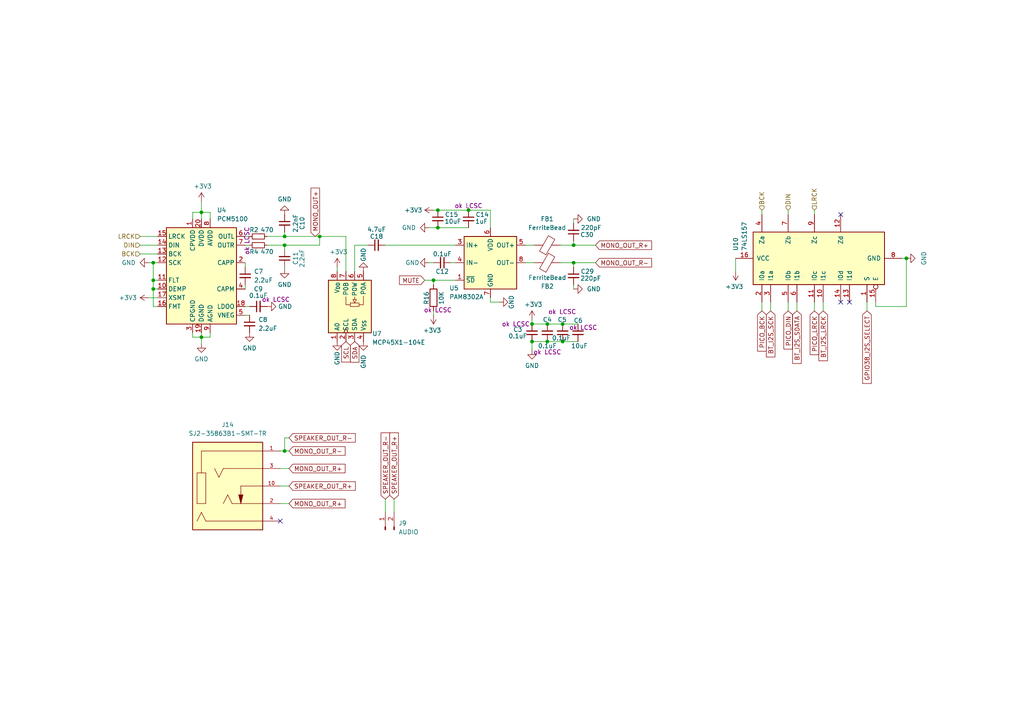
<source format=kicad_sch>
(kicad_sch (version 20250114) (generator "eeschema") (generator_version "9.0")
  (paper "A4")
  (lib_symbols
    (symbol "74xx:74LS157" (pin_names (offset 1.016))
      (property "Reference" "U" (at -7.62 19.05 0))
      (property "Value" "74LS157" (at -7.62 -21.59 0))
      (symbol "74LS157_1_0"
        (pin input line (at -12.7 15.24 0) (length 5.08) (name "I0a") (number "2"))
        (pin input line (at -12.7 12.7 0) (length 5.08) (name "I1a") (number "3"))
        (pin input line (at -12.7 7.62 0) (length 5.08) (name "I0b") (number "5"))
        (pin input line (at -12.7 5.08 0) (length 5.08) (name "I1b") (number "6"))
        (pin input line (at -12.7 0 0) (length 5.08) (name "I0c") (number "11"))
        (pin input line (at -12.7 -2.54 0) (length 5.08) (name "I1c") (number "10"))
        (pin input line (at -12.7 -7.62 0) (length 5.08) (name "I0d") (number "14"))
        (pin input line (at -12.7 -10.16 0) (length 5.08) (name "I1d") (number "13"))
        (pin input line (at -12.7 -15.24 0) (length 5.08) (name "S") (number "1"))
        (pin input inverted (at -12.7 -17.78 0) (length 5.08) (name "E") (number "15"))
        (pin power_in line (at 0 22.86 270) (length 5.08) (name "VCC") (number "16"))
        (pin power_in line (at 0 -25.4 90) (length 5.08) (name "GND") (number "8"))
        (pin output line (at 12.7 15.24 180) (length 5.08) (name "Za") (number "4"))
        (pin output line (at 12.7 7.62 180) (length 5.08) (name "Zb") (number "7"))
        (pin output line (at 12.7 0 180) (length 5.08) (name "Zc") (number "9"))
        (pin output line (at 12.7 -7.62 180) (length 5.08) (name "Zd") (number "12"))
      )
      (symbol "74LS157_1_1"
        (rectangle (start -7.62 17.78) (end 7.62 -20.32) (stroke (width 0.254)) (fill (type background)))
      )
    )
    (symbol "Amplifier_Audio:PAM8302AAD"
      (property "Reference" "U" (at 7.62 11.43 0))
      (property "Value" "PAM8302AAD" (at 7.62 8.89 0))
      (symbol "PAM8302AAD_0_1"
        (rectangle (start -7.62 7.62) (end 7.62 -7.62) (stroke (width 0.254)) (fill (type background)))
      )
      (symbol "PAM8302AAD_1_1"
        (pin input line (at -10.16 5.08 0) (length 2.54) (name "IN+") (number "3"))
        (pin input line (at -10.16 0 0) (length 2.54) (name "IN-") (number "4"))
        (pin input line (at -10.16 -5.08 0) (length 2.54) (name "~{SD}") (number "1"))
        (pin power_in line (at 0 10.16 270) (length 2.54) (name "VDD") (number "6"))
        (pin power_in line (at 0 -10.16 90) (length 2.54) (name "GND") (number "7"))
        (pin no_connect line (at 7.62 -5.08 180) (length 2.54) (hide yes) (name "NC") (number "2"))
        (pin output line (at 10.16 5.08 180) (length 2.54) (name "OUT+") (number "5"))
        (pin output line (at 10.16 0 180) (length 2.54) (name "OUT-") (number "8"))
      )
    )
    (symbol "Audio:PCM5100"
      (property "Reference" "U" (at -10.16 13.97 0))
      (property "Value" "PCM5100" (at 3.81 13.97 0))
      (symbol "PCM5100_0_1"
        (rectangle (start -10.16 12.7) (end 10.16 -15.24) (stroke (width 0.254)) (fill (type background)))
      )
      (symbol "PCM5100_1_1"
        (pin input line (at -12.7 10.16 0) (length 2.54) (name "LRCK") (number "15"))
        (pin input line (at -12.7 7.62 0) (length 2.54) (name "DIN") (number "14"))
        (pin input line (at -12.7 5.08 0) (length 2.54) (name "BCK") (number "13"))
        (pin input line (at -12.7 2.54 0) (length 2.54) (name "SCK") (number "12"))
        (pin input line (at -12.7 -2.54 0) (length 2.54) (name "FLT") (number "11"))
        (pin input line (at -12.7 -5.08 0) (length 2.54) (name "DEMP") (number "10"))
        (pin input line (at -12.7 -7.62 0) (length 2.54) (name "XSMT") (number "17"))
        (pin input line (at -12.7 -10.16 0) (length 2.54) (name "FMT") (number "16"))
        (pin passive line (at -2.54 15.24 270) (length 2.54) (name "CPVDD") (number "1"))
        (pin power_in line (at -2.54 -17.78 90) (length 2.54) (name "CPGND") (number "3"))
        (pin power_in line (at 0 15.24 270) (length 2.54) (name "DVDD") (number "20"))
        (pin power_in line (at 0 -17.78 90) (length 2.54) (name "DGND") (number "19"))
        (pin power_in line (at 2.54 15.24 270) (length 2.54) (name "AVDD") (number "8"))
        (pin power_in line (at 2.54 -17.78 90) (length 2.54) (name "AGND") (number "9"))
        (pin output line (at 12.7 10.16 180) (length 2.54) (name "OUTL") (number "6"))
        (pin output line (at 12.7 7.62 180) (length 2.54) (name "OUTR") (number "7"))
        (pin passive line (at 12.7 2.54 180) (length 2.54) (name "CAPP") (number "2"))
        (pin passive line (at 12.7 -5.08 180) (length 2.54) (name "CAPM") (number "4"))
        (pin passive line (at 12.7 -10.16 180) (length 2.54) (name "LDOO") (number "18"))
        (pin passive line (at 12.7 -12.7 180) (length 2.54) (name "VNEG") (number "5"))
      )
    )
    (symbol "Connector:Conn_01x02_Pin" (pin_names (offset 1.016) (hide yes))
      (property "Reference" "J" (at 0 2.54 0))
      (property "Value" "Conn_01x02_Pin" (at 0 -5.08 0))
      (symbol "Conn_01x02_Pin_1_1"
        (rectangle (start 0.8636 0.127) (end 0 -0.127) (stroke (width 0.1524)) (fill (type outline)))
        (rectangle (start 0.8636 -2.413) (end 0 -2.667) (stroke (width 0.1524)) (fill (type outline)))
        (polyline (pts (xy 1.27 0) (xy 0.8636 0)) (stroke (width 0.1524)))
        (polyline (pts (xy 1.27 -2.54) (xy 0.8636 -2.54)) (stroke (width 0.1524)))
        (pin passive line (at 5.08 0 180) (length 3.81) (name "Pin_1") (number "1"))
        (pin passive line (at 5.08 -2.54 180) (length 3.81) (name "Pin_2") (number "2"))
      )
    )
    (symbol "Device:C_Small" (pin_numbers (hide yes)) (pin_names (offset 0.254) (hide yes))
      (property "Reference" "C" (at 0.254 1.778 0))
      (property "Value" "C_Small" (at 0.254 -2.032 0))
      (symbol "C_Small_0_1"
        (polyline (pts (xy -1.524 0.508) (xy 1.524 0.508)) (stroke (width 0.3048)))
        (polyline (pts (xy -1.524 -0.508) (xy 1.524 -0.508)) (stroke (width 0.3302)))
      )
      (symbol "C_Small_1_1"
        (pin passive line (at 0 2.54 270) (length 2.032) (name "~") (number "1"))
        (pin passive line (at 0 -2.54 90) (length 2.032) (name "~") (number "2"))
      )
    )
    (symbol "Device:FerriteBead" (pin_numbers (hide yes)) (pin_names (offset 0))
      (property "Reference" "FB" (at -3.81 0.635 90))
      (property "Value" "FerriteBead" (at 3.81 0 90))
      (symbol "FerriteBead_0_1"
        (polyline (pts (xy -2.7686 0.4064) (xy -1.7018 2.2606) (xy 2.7686 -0.3048) (xy 1.6764 -2.159) (xy -2.7686 0.4064)))
        (polyline (pts (xy 0 1.27) (xy 0 1.2954)))
        (polyline (pts (xy 0 -1.27) (xy 0 -1.2192)))
      )
      (symbol "FerriteBead_1_1"
        (pin passive line (at 0 3.81 270) (length 2.54) (name "~") (number "1"))
        (pin passive line (at 0 -3.81 90) (length 2.54) (name "~") (number "2"))
      )
    )
    (symbol "Device:R" (pin_numbers (hide yes)) (pin_names (offset 0))
      (property "Reference" "R" (at 2.032 0 90))
      (property "Value" "R" (at 0 0 90))
      (symbol "R_0_1"
        (rectangle (start -1.016 -2.54) (end 1.016 2.54) (stroke (width 0.254)))
      )
      (symbol "R_1_1"
        (pin passive line (at 0 3.81 270) (length 1.27) (name "~") (number "1"))
        (pin passive line (at 0 -3.81 90) (length 1.27) (name "~") (number "2"))
      )
    )
    (symbol "Device:R_Small" (pin_numbers (hide yes)) (pin_names (offset 0.254) (hide yes))
      (property "Reference" "R" (at 0.762 0.508 0))
      (property "Value" "R_Small" (at 0.762 -1.016 0))
      (symbol "R_Small_0_1"
        (rectangle (start -0.762 1.778) (end 0.762 -1.778) (stroke (width 0.2032)))
      )
      (symbol "R_Small_1_1"
        (pin passive line (at 0 2.54 270) (length 0.762) (name "~") (number "1"))
        (pin passive line (at 0 -2.54 90) (length 0.762) (name "~") (number "2"))
      )
    )
    (symbol "Lunasys_Library:MCP4551T"
      (property "Reference" "U7" (at 0.254 -7.366 0))
      (property "Value" "MCP4551T-104E" (at 0.254 -9.906 0))
      (symbol "MCP4551T_0_1"
        (rectangle (start 0 1.27) (end 1.016 -1.27))
        (polyline (pts (xy 2.032 0.508) (xy 1.016 0) (xy 2.032 -0.508) (xy 2.032 0.508)))
        (polyline (pts (xy 2.032 0) (xy 2.794 0)))
        (polyline (pts (xy 2.794 2.54) (xy 0.508 2.54) (xy 0.508 1.27)))
        (polyline (pts (xy 3.048 -2.54) (xy 0.508 -2.54) (xy 0.508 -1.27)))
      )
      (symbol "MCP4551T_1_0"
        (pin input line (at -10.16 5.08 0) (length 2.54) (name "A0") (number "1"))
        (pin input clock (at -10.16 2.54 0) (length 2.54) (name "SCL") (number "2"))
        (pin input line (at -10.16 0 0) (length 2.54) (name "SDA") (number "3"))
        (pin power_in line (at -10.16 -2.54 0) (length 2.54) (name "V_{SS}") (number "4"))
        (pin power_in line (at 10.16 5.08 180) (length 2.54) (name "V_{DD}") (number "8"))
        (pin passive line (at 10.16 2.54 180) (length 2.54) (name "P0B") (number "7"))
        (pin passive line (at 10.16 0 180) (length 2.54) (name "P0W") (number "6"))
        (pin passive line (at 10.16 -2.54 180) (length 2.54) (name "P0A") (number "5"))
      )
      (symbol "MCP4551T_1_1"
        (rectangle (start -7.62 7.62) (end 7.62 -4.826) (stroke (width 0.254)) (fill (type background)))
      )
    )
    (symbol "SOP65P780X200-20N:SJ2-35863B1-SMT-TR" (pin_names (offset 1.016))
      (property "Reference" "J" (at -10.1702 12.7127 0))
      (property "Value" "SJ2-35863B1-SMT-TR" (at -10.1698 -15.2547 0))
      (symbol "SJ2-35863B1-SMT-TR_0_0"
        (rectangle (start -10.16 -12.7) (end 10.16 12.7) (stroke (width 0.254)) (fill (type background)))
        (polyline (pts (xy -8.89 3.81) (xy -7.62 3.81)) (stroke (width 0.1524)))
        (polyline (pts (xy -8.89 -5.08) (xy -8.89 3.81)) (stroke (width 0.1524)))
        (polyline (pts (xy -7.62 10.16) (xy -7.62 3.81)) (stroke (width 0.1524)))
        (polyline (pts (xy -7.62 3.81) (xy -6.35 3.81)) (stroke (width 0.1524)))
        (polyline (pts (xy -7.62 -7.62) (xy -8.89 -10.16)) (stroke (width 0.1524)))
        (polyline (pts (xy -6.35 3.81) (xy -6.35 -5.08)) (stroke (width 0.1524)))
        (polyline (pts (xy -6.35 -5.08) (xy -8.89 -5.08)) (stroke (width 0.1524)))
        (polyline (pts (xy -6.35 -10.16) (xy -7.62 -7.62)) (stroke (width 0.1524)))
        (polyline (pts (xy -2.54 2.54) (xy -3.81 5.08)) (stroke (width 0.1524)))
        (polyline (pts (xy -1.27 5.08) (xy -2.54 2.54)) (stroke (width 0.1524)))
        (polyline (pts (xy 0 -2.54) (xy -1.27 -5.08)) (stroke (width 0.1524)))
        (polyline (pts (xy 1.27 -5.08) (xy 0 -2.54)) (stroke (width 0.1524)))
        (polyline (pts (xy 3.81 0) (xy 3.81 -5.08)) (stroke (width 0.1524)))
        (polyline (pts (xy 3.81 -5.08) (xy 1.27 -5.08)) (stroke (width 0.1524)))
        (polyline (pts (xy 3.81 -5.08) (xy 3.175 -2.54) (xy 4.445 -2.54) (xy 3.81 -5.08)) (stroke (width 0.1524)) (fill (type outline)))
        (polyline (pts (xy 10.16 10.16) (xy -7.62 10.16)) (stroke (width 0.1524)))
        (polyline (pts (xy 10.16 5.08) (xy -1.27 5.08)) (stroke (width 0.1524)))
        (polyline (pts (xy 10.16 0) (xy 3.81 0)) (stroke (width 0.1524)))
        (polyline (pts (xy 10.16 -5.08) (xy 3.81 -5.08)) (stroke (width 0.1524)))
        (polyline (pts (xy 10.16 -10.16) (xy -6.35 -10.16)) (stroke (width 0.1524)))
        (pin passive line (at 15.24 10.16 180) (length 5.08) (name "~") (number "1"))
        (pin passive line (at 15.24 5.08 180) (length 5.08) (name "~") (number "3"))
        (pin passive line (at 15.24 0 180) (length 5.08) (name "~") (number "10"))
        (pin passive line (at 15.24 -5.08 180) (length 5.08) (name "~") (number "2"))
        (pin passive line (at 15.24 -10.16 180) (length 5.08) (name "~") (number "4"))
      )
    )
    (symbol "power:+3V3" (power) (pin_names (offset 0))
      (property "Value" "+3V3" (at 0 3.556 0))
      (symbol "+3V3_0_1"
        (polyline (pts (xy -0.762 1.27) (xy 0 2.54)))
        (polyline (pts (xy 0 2.54) (xy 0.762 1.27)))
        (polyline (pts (xy 0 0) (xy 0 2.54)))
      )
      (symbol "+3V3_1_1"
        (pin power_in line (at 0 0 90) (length 0) (hide yes) (name "+3V3") (number "1"))
      )
    )
    (symbol "power:GND" (power) (pin_names (offset 0))
      (property "Value" "GND" (at 0 -3.81 0))
      (symbol "GND_0_1"
        (polyline (pts (xy 0 0) (xy 0 -1.27) (xy 1.27 -1.27) (xy 0 -2.54) (xy -1.27 -1.27) (xy 0 -1.27)))
      )
      (symbol "GND_1_1"
        (pin power_in line (at 0 0 270) (length 0) (hide yes) (name "GND") (number "1"))
      )
    )
  )
  (junction (at 163.195 99.06))
  (junction (at 262.89 74.93))
  (junction (at 158.75 99.06))
  (junction (at 135.89 60.96))
  (junction (at 154.305 93.98))
  (junction (at 127 66.04))
  (junction (at 92.71 68.58))
  (junction (at 44.45 83.82))
  (junction (at 82.55 130.81))
  (junction (at 127 60.96))
  (junction (at 166.37 71.12))
  (junction (at 82.55 68.58))
  (junction (at 125.73 81.28))
  (junction (at 166.37 76.2))
  (junction (at 158.75 93.98))
  (junction (at 44.45 76.2))
  (junction (at 58.42 97.79))
  (junction (at 154.305 99.06))
  (junction (at 58.42 61.595))
  (junction (at 44.45 81.28))
  (junction (at 163.195 93.98))
  (junction (at 82.55 71.12))
  (no_connect (at 246.38 87.63))
  (no_connect (at 243.84 87.63))
  (no_connect (at 243.84 62.23))
  (no_connect (at 81.28 151.13))
  (wire (pts (xy 127 66.04) (xy 135.89 66.04)))
  (wire (pts (xy 236.22 90.17) (xy 236.22 87.63)))
  (wire (pts (xy 44.45 76.2) (xy 44.45 81.28)))
  (wire (pts (xy 220.98 60.96) (xy 220.98 62.23)))
  (wire (pts (xy 220.98 90.17) (xy 220.98 87.63)))
  (wire (pts (xy 154.305 99.06) (xy 154.305 101.6)))
  (wire (pts (xy 166.37 69.85) (xy 166.37 71.12)))
  (wire (pts (xy 72.39 68.58) (xy 71.12 68.58)))
  (wire (pts (xy 254 88.9) (xy 262.89 88.9)))
  (wire (pts (xy 114.3 144.78) (xy 114.3 148.59)))
  (wire (pts (xy 125.73 60.96) (xy 127 60.96)))
  (wire (pts (xy 154.305 93.98) (xy 158.75 93.98)))
  (wire (pts (xy 130.81 76.2) (xy 132.08 76.2)))
  (wire (pts (xy 58.42 58.42) (xy 58.42 61.595)))
  (wire (pts (xy 228.6 90.17) (xy 228.6 87.63)))
  (wire (pts (xy 111.76 71.12) (xy 132.08 71.12)))
  (wire (pts (xy 163.195 99.06) (xy 167.64 99.06)))
  (wire (pts (xy 262.89 88.9) (xy 262.89 74.93)))
  (wire (pts (xy 44.45 83.82) (xy 45.72 83.82)))
  (wire (pts (xy 40.64 71.12) (xy 45.72 71.12)))
  (wire (pts (xy 158.75 93.98) (xy 163.195 93.98)))
  (wire (pts (xy 44.45 81.28) (xy 45.72 81.28)))
  (wire (pts (xy 228.6 60.96) (xy 228.6 62.23)))
  (wire (pts (xy 142.24 86.36) (xy 142.24 87.63)))
  (wire (pts (xy 142.24 60.96) (xy 142.24 66.04)))
  (wire (pts (xy 166.37 63.5) (xy 166.37 64.77)))
  (wire (pts (xy 71.12 82.55) (xy 71.12 83.82)))
  (wire (pts (xy 83.82 127) (xy 82.55 127)))
  (wire (pts (xy 223.52 90.17) (xy 223.52 87.63)))
  (wire (pts (xy 55.88 63.5) (xy 55.88 61.595)))
  (wire (pts (xy 43.18 86.36) (xy 45.72 86.36)))
  (wire (pts (xy 81.28 130.81) (xy 82.55 130.81)))
  (wire (pts (xy 72.39 71.12) (xy 71.12 71.12)))
  (wire (pts (xy 261.62 74.93) (xy 262.89 74.93)))
  (wire (pts (xy 158.75 99.06) (xy 163.195 99.06)))
  (wire (pts (xy 58.42 97.79) (xy 58.42 96.52)))
  (wire (pts (xy 125.73 81.28) (xy 123.19 81.28)))
  (wire (pts (xy 58.42 99.695) (xy 58.42 97.79)))
  (wire (pts (xy 166.37 76.2) (xy 172.72 76.2)))
  (wire (pts (xy 125.73 81.28) (xy 132.08 81.28)))
  (wire (pts (xy 60.96 63.5) (xy 60.96 61.595)))
  (wire (pts (xy 77.47 68.58) (xy 82.55 68.58)))
  (wire (pts (xy 82.55 67.31) (xy 82.55 68.58)))
  (wire (pts (xy 83.82 140.97) (xy 81.28 140.97)))
  (wire (pts (xy 102.87 71.12) (xy 106.68 71.12)))
  (wire (pts (xy 166.37 71.12) (xy 172.72 71.12)))
  (wire (pts (xy 43.18 76.2) (xy 44.45 76.2)))
  (wire (pts (xy 162.56 76.2) (xy 166.37 76.2)))
  (wire (pts (xy 144.78 87.63) (xy 142.24 87.63)))
  (wire (pts (xy 82.55 72.39) (xy 82.55 71.12)))
  (wire (pts (xy 154.305 92.71) (xy 154.305 93.98)))
  (wire (pts (xy 125.73 76.2) (xy 124.46 76.2)))
  (wire (pts (xy 44.45 76.2) (xy 45.72 76.2)))
  (wire (pts (xy 102.87 71.12) (xy 102.87 78.74)))
  (wire (pts (xy 58.42 61.595) (xy 60.96 61.595)))
  (wire (pts (xy 82.55 130.81) (xy 83.82 130.81)))
  (wire (pts (xy 154.305 99.06) (xy 158.75 99.06)))
  (wire (pts (xy 166.37 83.82) (xy 166.37 82.55)))
  (wire (pts (xy 44.45 81.28) (xy 44.45 83.82)))
  (wire (pts (xy 82.55 127) (xy 82.55 130.81)))
  (wire (pts (xy 124.46 66.04) (xy 127 66.04)))
  (wire (pts (xy 97.79 77.47) (xy 97.79 78.74)))
  (wire (pts (xy 71.12 76.2) (xy 71.12 77.47)))
  (wire (pts (xy 127 60.96) (xy 135.89 60.96)))
  (wire (pts (xy 236.22 60.96) (xy 236.22 62.23)))
  (wire (pts (xy 92.71 71.12) (xy 92.71 68.58)))
  (wire (pts (xy 55.88 61.595) (xy 58.42 61.595)))
  (wire (pts (xy 152.4 76.2) (xy 154.94 76.2)))
  (wire (pts (xy 135.89 60.96) (xy 142.24 60.96)))
  (wire (pts (xy 77.47 71.12) (xy 82.55 71.12)))
  (wire (pts (xy 166.37 77.47) (xy 166.37 76.2)))
  (wire (pts (xy 125.73 91.44) (xy 125.73 90.17)))
  (wire (pts (xy 254 88.9) (xy 254 87.63)))
  (wire (pts (xy 72.39 88.9) (xy 71.12 88.9)))
  (wire (pts (xy 83.82 146.05) (xy 81.28 146.05)))
  (wire (pts (xy 92.71 68.58) (xy 100.33 68.58)))
  (wire (pts (xy 251.46 90.17) (xy 251.46 87.63)))
  (wire (pts (xy 58.42 61.595) (xy 58.42 63.5)))
  (wire (pts (xy 44.45 88.9) (xy 45.72 88.9)))
  (wire (pts (xy 213.36 78.74) (xy 213.36 74.93)))
  (wire (pts (xy 40.64 68.58) (xy 45.72 68.58)))
  (wire (pts (xy 82.55 71.12) (xy 92.71 71.12)))
  (wire (pts (xy 60.96 96.52) (xy 60.96 97.79)))
  (wire (pts (xy 72.39 91.44) (xy 71.12 91.44)))
  (wire (pts (xy 55.88 96.52) (xy 55.88 97.79)))
  (wire (pts (xy 152.4 71.12) (xy 154.94 71.12)))
  (wire (pts (xy 44.45 83.82) (xy 44.45 88.9)))
  (wire (pts (xy 162.56 71.12) (xy 166.37 71.12)))
  (wire (pts (xy 100.33 68.58) (xy 100.33 78.74)))
  (wire (pts (xy 111.76 144.78) (xy 111.76 148.59)))
  (wire (pts (xy 60.96 97.79) (xy 58.42 97.79)))
  (wire (pts (xy 231.14 90.17) (xy 231.14 87.63)))
  (wire (pts (xy 82.55 68.58) (xy 92.71 68.58)))
  (wire (pts (xy 125.73 82.55) (xy 125.73 81.28)))
  (wire (pts (xy 82.55 77.47) (xy 82.55 78.105)))
  (wire (pts (xy 55.88 97.79) (xy 58.42 97.79)))
  (wire (pts (xy 40.64 73.66) (xy 45.72 73.66)))
  (wire (pts (xy 167.64 93.98) (xy 163.195 93.98)))
  (wire (pts (xy 83.82 135.89) (xy 81.28 135.89)))
  (wire (pts (xy 238.76 90.17) (xy 238.76 87.63)))
  (global_label "SPEAKER_OUT_R-" (shape input) (at 111.76 144.78 90) (property "Intersheetrefs" "${INTERSHEET_REFS}" (effects (hide yes))))
  (global_label "SDA" (shape input) (at 102.87 99.06 270) (property "Intersheetrefs" "${INTERSHEET_REFS}" (effects (hide yes))))
  (global_label "MUTE" (shape input) (at 123.19 81.28 180) (property "Intersheetrefs" "${INTERSHEET_REFS}" (effects (hide yes))))
  (global_label "BT_I2S_SDATA" (shape input) (at 231.14 90.17 270) (property "Intersheetrefs" "${INTERSHEET_REFS}" (effects (hide yes))))
  (global_label "PICO_BCK" (shape input) (at 220.98 90.17 270) (property "Intersheetrefs" "${INTERSHEET_REFS}" (effects (hide yes))))
  (global_label "MONO_OUT_R-" (shape input) (at 83.82 130.81 0) (property "Intersheetrefs" "${INTERSHEET_REFS}" (effects (hide yes))))
  (global_label "SPEAKER_OUT_R-" (shape input) (at 83.82 127 0) (property "Intersheetrefs" "${INTERSHEET_REFS}" (effects (hide yes))))
  (global_label "MONO_OUT_R+" (shape input) (at 83.82 135.89 0) (property "Intersheetrefs" "${INTERSHEET_REFS}" (effects (hide yes))))
  (global_label "MONO_OUT_R+" (shape input) (at 172.72 71.12 0) (property "Intersheetrefs" "${INTERSHEET_REFS}" (effects (hide yes))))
  (global_label "BT_I2S_LRCK" (shape input) (at 238.76 90.17 270) (property "Intersheetrefs" "${INTERSHEET_REFS}" (effects (hide yes))))
  (global_label "MONO_OUT_R+" (shape input) (at 83.82 146.05 0) (property "Intersheetrefs" "${INTERSHEET_REFS}" (effects (hide yes))))
  (global_label "MONO_OUT+" (shape input) (at 91.44 68.58 90) (property "Intersheetrefs" "${INTERSHEET_REFS}" (effects (hide yes))))
  (global_label "SPEAKER_OUT_R+" (shape input) (at 114.3 144.78 90) (property "Intersheetrefs" "${INTERSHEET_REFS}" (effects (hide yes))))
  (global_label "SPEAKER_OUT_R+" (shape input) (at 83.82 140.97 0) (property "Intersheetrefs" "${INTERSHEET_REFS}" (effects (hide yes))))
  (global_label "MONO_OUT_R-" (shape input) (at 172.72 76.2 0) (property "Intersheetrefs" "${INTERSHEET_REFS}" (effects (hide yes))))
  (global_label "SCL" (shape input) (at 100.33 99.06 270) (property "Intersheetrefs" "${INTERSHEET_REFS}" (effects (hide yes))))
  (global_label "BT_I2S_SCK" (shape input) (at 223.52 90.17 270) (property "Intersheetrefs" "${INTERSHEET_REFS}" (effects (hide yes))))
  (global_label "PICO_LRCK" (shape input) (at 236.22 90.17 270) (property "Intersheetrefs" "${INTERSHEET_REFS}" (effects (hide yes))))
  (global_label "GPIO38_I2S_SELECT" (shape input) (at 251.46 90.17 270) (property "Intersheetrefs" "${INTERSHEET_REFS}" (effects (hide yes))))
  (global_label "PICO_DIN" (shape input) (at 228.6 90.17 270) (property "Intersheetrefs" "${INTERSHEET_REFS}" (effects (hide yes))))
  (hierarchical_label "LRCK" (shape input) (at 40.64 68.58 180))
  (hierarchical_label "LRCK" (shape input) (at 236.22 60.96 90))
  (hierarchical_label "DIN" (shape input) (at 40.64 71.12 180))
  (hierarchical_label "BCK" (shape input) (at 220.98 60.96 90))
  (hierarchical_label "DIN" (shape input) (at 228.6 60.96 90))
  (hierarchical_label "BCK" (shape input) (at 40.64 73.66 180))
  (symbol (lib_id "Device:C_Small") (at 109.22 71.12 90) (unit 1)
    (property "Reference" "C18" (at 109.22 68.58 90))
    (property "Value" "4.7uF" (at 109.22 66.548 90))
    (property "Footprint" "Capacitor_SMD:C_0603_1608Metric" (effects (hide yes)))
  )
  (symbol (lib_id "power:GND") (at 58.42 99.695 0) (unit 1)
    (property "Reference" "#PWR037" (effects (hide yes)))
    (property "Value" "GND" (at 58.42 104.14 0))
  )
  (symbol (lib_id "Device:C_Small") (at 127 63.5 0) (unit 1)
    (property "Reference" "C15" (at 129.032 62.23 0) (effects (justify left)))
    (property "Value" "10uF" (at 128.905 64.2239 0) (effects (justify left)))
    (property "Footprint" "Capacitor_SMD:C_0603_1608Metric" (effects (hide yes)))
  )
  (symbol (lib_id "power:+3V3") (at 58.42 58.42 0) (unit 1)
    (property "Reference" "#PWR03" (effects (hide yes)))
    (property "Value" "+3V3" (at 58.801 54.0258 0))
  )
  (symbol (lib_id "Device:C_Small") (at 82.55 74.93 180) (unit 1)
    (property "Reference" "C11" (at 85.725 74.93 90))
    (property "Value" "2.2nF" (at 87.63 74.93 90))
    (property "Footprint" "Capacitor_SMD:C_0603_1608Metric" (effects (hide yes)))
  )
  (symbol (lib_id "Device:C_Small") (at 82.55 64.77 0) (unit 1)
    (property "Reference" "C10" (at 87.63 64.77 90))
    (property "Value" "2.2nF" (at 85.725 64.77 90))
    (property "Footprint" "Capacitor_SMD:C_0603_1608Metric" (effects (hide yes)))
  )
  (symbol (lib_id "Device:C_Small") (at 166.37 67.31 180) (unit 1)
    (property "Reference" "C30" (at 172.212 68.072 0) (effects (justify left)))
    (property "Value" "220pF" (at 174.498 66.04 0) (effects (justify left)))
    (property "Footprint" "Capacitor_SMD:C_0603_1608Metric" (effects (hide yes)))
  )
  (symbol (lib_id "Device:C_Small") (at 154.305 96.52 180) (unit 1)
    (property "Reference" "C3" (at 150.1775 95.5675 0))
    (property "Value" "0.1uF" (at 150.1775 97.4725 0))
    (property "Footprint" "Capacitor_SMD:C_0603_1608Metric" (effects (hide yes)))
    (property "Description" "ok LCSC" (at 149.606 93.98 0))
    (property "LCSC" "C14663" (effects (hide yes)))
  )
  (symbol (lib_id "Device:R") (at 125.73 86.36 0) (unit 1)
    (property "Reference" "R16" (at 123.698 88.392 90) (effects (justify left)))
    (property "Value" "10K" (at 128.016 88.392 90) (effects (justify left)))
    (property "Footprint" "Resistor_SMD:R_0402_1005Metric" (effects (hide yes)))
    (property "Description" "ok LCSC" (at 127 89.916 0))
    (property "LCSC" "C25744" (effects (hide yes)))
  )
  (symbol (lib_id "power:+3V3") (at 43.18 86.36 90) (unit 1)
    (property "Reference" "#PWR033" (effects (hide yes)))
    (property "Value" "+3V3" (at 37.084 86.36 90))
  )
  (symbol (lib_id "Device:C_Small") (at 74.93 88.9 90) (unit 1)
    (property "Reference" "C9" (at 74.93 83.82 90))
    (property "Value" "0.1uF" (at 74.93 85.725 90))
    (property "Footprint" "Capacitor_SMD:C_0603_1608Metric" (effects (hide yes)))
    (property "Description" "ok LCSC" (at 80.01 86.868 90))
    (property "LCSC" "C14663" (effects (hide yes)))
  )
  (symbol (lib_id "power:GND") (at 154.305 101.6 0) (unit 1)
    (property "Reference" "#PWR029" (effects (hide yes)))
    (property "Value" "GND" (at 154.305 106.045 0))
  )
  (symbol (lib_id "Connector:Conn_01x02_Pin") (at 111.76 153.67 90) (unit 1)
    (property "Reference" "J9" (at 115.57 151.7649 90) (effects (justify right)))
    (property "Value" "AUDIO" (at 115.57 154.3049 90) (effects (justify right)))
    (property "Footprint" "Connector_PinHeader_2.54mm:PinHeader_1x02_P2.54mm_Vertical" (effects (hide yes)))
    (property "Description" "Generic connector, single row, 01x02, script generated" (effects (hide yes)))
  )
  (symbol (lib_id "power:+3V3") (at 213.36 78.74 180) (unit 1)
    (property "Reference" "#PWR081" (effects (hide yes)))
    (property "Value" "+3V3" (at 212.979 83.1342 0))
  )
  (symbol (lib_id "Device:R_Small") (at 74.93 71.12 90) (unit 1)
    (property "Reference" "R4" (at 73.66 73.025 90))
    (property "Value" "470" (at 77.47 73.025 90))
    (property "Footprint" "Resistor_SMD:R_0603_1608Metric" (effects (hide yes)))
    (property "LCSC" "C23179" (effects (hide yes)))
  )
  (symbol (lib_id "power:GND") (at 82.55 78.105 0) (unit 1)
    (property "Reference" "#PWR031" (effects (hide yes)))
    (property "Value" "GND" (at 82.55 82.55 0))
  )
  (symbol (lib_id "power:GND") (at 105.41 99.06 0) (unit 1)
    (property "Reference" "#PWR080" (effects (hide yes)))
    (property "Value" "GND" (at 105.4099 102.87 90) (effects (justify right)))
  )
  (symbol (lib_id "power:GND") (at 262.89 74.93 90) (unit 1)
    (property "Reference" "#PWR079" (effects (hide yes)))
    (property "Value" "GND" (at 267.97 74.93 0))
  )
  (symbol (lib_id "Device:C_Small") (at 71.12 80.01 0) (unit 1)
    (property "Reference" "C7" (at 73.66 78.7463 0) (effects (justify left)))
    (property "Value" "2.2uF" (at 73.66 81.2863 0) (effects (justify left)))
    (property "Footprint" "Capacitor_SMD:C_0603_1608Metric" (effects (hide yes)))
  )
  (symbol (lib_id "Device:C_Small") (at 72.39 93.98 0) (unit 1)
    (property "Reference" "C8" (at 74.93 92.7163 0) (effects (justify left)))
    (property "Value" "2.2uF" (at 74.93 95.2563 0) (effects (justify left)))
    (property "Footprint" "Capacitor_SMD:C_0402_1005Metric" (effects (hide yes)))
  )
  (symbol (lib_id "Device:C_Small") (at 158.75 96.52 180) (unit 1)
    (property "Reference" "C4" (at 158.75 92.71 0))
    (property "Value" "0.1uF" (at 158.75 100.33 0))
    (property "Footprint" "Capacitor_SMD:C_0603_1608Metric" (effects (hide yes)))
    (property "Description" "ok LCSC" (at 158.75 102.108 0))
    (property "LCSC" "C14663" (effects (hide yes)))
  )
  (symbol (lib_id "power:GND") (at 166.37 63.5 90) (unit 1)
    (property "Reference" "#PWR092" (effects (hide yes)))
    (property "Value" "GND" (at 170.18 63.4999 90) (effects (justify right)))
  )
  (symbol (lib_id "power:+3V3") (at 154.305 92.71 0) (unit 1)
    (property "Reference" "#PWR048" (effects (hide yes)))
    (property "Value" "+3V3" (at 154.686 88.3158 0))
  )
  (symbol (lib_id "Lunasys_Library:MCP4551T") (at 102.87 88.9 90) (unit 1)
    (property "Reference" "U7" (at 107.95 96.774 90) (effects (justify right)))
    (property "Value" "MCP45X1-104E" (at 107.95 99.314 90) (effects (justify right)))
    (property "Footprint" "Package_SO:MSOP-8_3x3mm_P0.65mm" (effects (hide yes)))
    (property "Description" "digital pot" (effects (hide yes)))
  )
  (symbol (lib_id "Device:C_Small") (at 128.27 76.2 270) (unit 1)
    (property "Reference" "C12" (at 128.27 78.74 90))
    (property "Value" "0.1uF" (at 128.27 73.66 90))
    (property "Footprint" "Capacitor_SMD:C_0603_1608Metric" (effects (hide yes)))
    (property "Description" "ok LCSC" (effects (hide yes)))
    (property "LCSC" "C14663" (effects (hide yes)))
  )
  (symbol (lib_id "power:GND") (at 43.18 76.2 270) (unit 1)
    (property "Reference" "#PWR032" (effects (hide yes)))
    (property "Value" "GND" (at 39.37 76.2 90) (effects (justify right)))
  )
  (symbol (lib_id "power:GND") (at 144.78 87.63 90) (unit 1)
    (property "Reference" "#PWR040" (effects (hide yes)))
    (property "Value" "GND" (at 148.336 87.63 0))
  )
  (symbol (lib_id "power:GND") (at 77.47 88.9 90) (unit 1)
    (property "Reference" "#PWR041" (effects (hide yes)))
    (property "Value" "GND" (at 80.645 88.9 90) (effects (justify right)))
  )
  (symbol (lib_id "Device:C_Small") (at 167.64 96.52 0) (unit 1)
    (property "Reference" "C6" (at 166.37 92.964 0) (effects (justify left)))
    (property "Value" "10uF" (at 165.608 100.33 0) (effects (justify left)))
    (property "Footprint" "Capacitor_SMD:C_0805_2012Metric" (effects (hide yes)))
    (property "Description" "ok LCSC" (at 169.164 94.996 0))
    (property "LCSC" "C15850" (effects (hide yes)))
  )
  (symbol (lib_id "power:+3V3") (at 97.79 77.47 0) (unit 1)
    (property "Reference" "#PWR028" (effects (hide yes)))
    (property "Value" "+3V3" (at 98.171 73.0758 0))
  )
  (symbol (lib_id "Amplifier_Audio:PAM8302AAD") (at 142.24 76.2 0) (unit 1)
    (property "Reference" "U5" (at 130.302 83.566 0) (effects (justify left)))
    (property "Value" "PAM8302A" (at 130.302 86.106 0) (effects (justify left)))
    (property "Footprint" "Package_SO:SOP-8_3.76x4.96mm_P1.27mm" (effects (hide yes)))
    (property "Datasheet" "https://www.diodes.com/assets/Datasheets/PAM8302A.pdf" (effects (hide yes)))
    (property "Description" "2.5W Filterless Class-D Mono Audio Amplifier, SOIC-8" (effects (hide yes)))
  )
  (symbol (lib_id "Device:C_Small") (at 166.37 80.01 0) (unit 1)
    (property "Reference" "C29" (at 168.402 78.74 0) (effects (justify left)))
    (property "Value" "220pF" (at 168.275 80.7339 0) (effects (justify left)))
    (property "Footprint" "Capacitor_SMD:C_0603_1608Metric" (effects (hide yes)))
  )
  (symbol (lib_id "SOP65P780X200-20N:SJ2-35863B1-SMT-TR") (at 66.04 140.97 0) (unit 1)
    (property "Reference" "J14" (at 66.04 123.19 0))
    (property "Value" "SJ2-35863B1-SMT-TR" (at 66.04 125.73 0))
    (property "Footprint" "SJ2-35863B1-SMT-TR:CUI_SJ2-35863B1-SMT-TR" (effects (hide yes)))
    (property "MF" "Same Sky" (effects (hide yes)))
    (property "MAXIMUM_PACKAGE_HEIGHT" "4.4 mm" (effects (hide yes)))
    (property "Package" "None" (effects (hide yes)))
    (property "Price" "None" (effects (hide yes)))
    (property "Check_prices" "https://www.snapeda.com/parts/SJ2-35863B1-SMT-TR/Same+Sky/view-part/?ref=eda" (effects (hide yes)))
    (property "STANDARD" "Manufacturer Recommendations" (effects (hide yes)))
    (property "PARTREV" "1.04" (effects (hide yes)))
    (property "SnapEDA_Link" "https://www.snapeda.com/parts/SJ2-35863B1-SMT-TR/Same+Sky/view-part/?ref=snap" (effects (hide yes)))
    (property "MP" "SJ2-35863B1-SMT-TR" (effects (hide yes)))
    (property "Description_1" "3 conductors, 3.5mm, SMT Audio Jack w/ Tip Switch" (effects (hide yes)))
    (property "Availability" "In Stock" (effects (hide yes)))
    (property "MANUFACTURER" "CUI Devices" (effects (hide yes)))
  )
  (symbol (lib_id "Device:R_Small") (at 74.93 68.58 90) (unit 1)
    (property "Reference" "R2" (at 73.66 66.675 90))
    (property "Value" "470" (at 77.47 66.675 90))
    (property "Footprint" "Resistor_SMD:R_0603_1608Metric" (effects (hide yes)))
    (property "Description" "ok LCSC" (at 71.628 69.85 0))
    (property "LCSC" "C23179" (effects (hide yes)))
  )
  (symbol (lib_id "power:GND") (at 97.79 99.06 0) (unit 1)
    (property "Reference" "#PWR084" (effects (hide yes)))
    (property "Value" "GND" (at 97.79 101.854 90) (effects (justify right)))
  )
  (symbol (lib_id "power:+3V3") (at 125.73 60.96 90) (unit 1)
    (property "Reference" "#PWR038" (effects (hide yes)))
    (property "Value" "+3V3" (at 119.888 60.96 90))
  )
  (symbol (lib_id "Audio:PCM5100") (at 58.42 78.74 0) (unit 1)
    (property "Reference" "U4" (at 62.9159 60.96 0) (effects (justify left)))
    (property "Value" "PCM5100" (at 62.9159 63.5 0) (effects (justify left)))
    (property "Footprint" "Package_SO:TSSOP-20_4.4x6.5mm_P0.65mm" (effects (hide yes)))
    (property "Datasheet" "http://www.ti.com/lit/ds/symlink/pcm5100.pdf" (effects (hide yes)))
  )
  (symbol (lib_id "power:GND") (at 72.39 96.52 0) (unit 1)
    (property "Reference" "#PWR026" (effects (hide yes)))
    (property "Value" "GND" (at 72.39 100.965 0))
  )
  (symbol (lib_id "power:+3V3") (at 125.73 91.44 180) (unit 1)
    (property "Reference" "#PWR017" (effects (hide yes)))
    (property "Value" "+3V3" (at 125.349 95.8342 0))
  )
  (symbol (lib_id "power:GND") (at 82.55 62.23 180) (unit 1)
    (property "Reference" "#PWR027" (effects (hide yes)))
    (property "Value" "GND" (at 82.55 57.785 0))
  )
  (symbol (lib_id "Device:FerriteBead") (at 158.75 76.2 90) (unit 1)
    (property "Reference" "FB2" (at 158.75 83.058 90))
    (property "Value" "FerriteBead" (at 158.75 80.518 90))
    (property "Footprint" "Inductor_SMD:L_0603_1608Metric" (effects (hide yes)))
    (property "Description" "Ferrite bead" (effects (hide yes)))
  )
  (symbol (lib_id "power:GND") (at 105.41 78.74 180) (unit 1)
    (property "Reference" "#PWR085" (effects (hide yes)))
    (property "Value" "GND" (at 105.41 75.946 90) (effects (justify right)))
  )
  (symbol (lib_id "power:GND") (at 124.46 66.04 270) (unit 1)
    (property "Reference" "#PWR074" (effects (hide yes)))
    (property "Value" "GND" (at 120.65 66.0399 90) (effects (justify right)))
  )
  (symbol (lib_id "Device:C_Small") (at 135.89 63.5 0) (unit 1)
    (property "Reference" "C14" (at 137.922 62.23 0) (effects (justify left)))
    (property "Value" "1uF" (at 137.795 64.2239 0) (effects (justify left)))
    (property "Footprint" "Capacitor_SMD:C_0603_1608Metric" (effects (hide yes)))
    (property "Description" "ok LCSC" (at 135.89 59.69 0))
    (property "LCSC" "C15849" (effects (hide yes)))
  )
  (symbol (lib_id "Device:FerriteBead") (at 158.75 71.12 90) (unit 1)
    (property "Reference" "FB1" (at 158.6992 63.5 90))
    (property "Value" "FerriteBead" (at 158.6992 66.04 90))
    (property "Footprint" "Inductor_SMD:L_0603_1608Metric" (effects (hide yes)))
    (property "Description" "Ferrite bead" (effects (hide yes)))
  )
  (symbol (lib_id "74xx:74LS157") (at 236.22 74.93 90) (unit 1)
    (property "Reference" "U10" (at 213.36 72.7867 0) (effects (justify left)))
    (property "Value" "74LS157" (at 215.9 72.7867 0) (effects (justify left)))
    (property "Footprint" "Package_SO:SOP-16_4.55x10.3mm_P1.27mm" (effects (hide yes)))
    (property "Datasheet" "http://www.ti.com/lit/gpn/sn74LS157" (effects (hide yes)))
    (property "Description" "Quad 2 to 1 line Multiplexer" (effects (hide yes)))
  )
  (symbol (lib_id "power:GND") (at 166.37 83.82 90) (unit 1)
    (property "Reference" "#PWR091" (effects (hide yes)))
    (property "Value" "GND" (at 170.18 83.8199 90) (effects (justify right)))
  )
  (symbol (lib_id "power:GND") (at 124.46 76.2 270) (unit 1)
    (property "Reference" "#PWR088" (effects (hide yes)))
    (property "Value" "GND" (at 121.666 76.2 90) (effects (justify right)))
  )
  (symbol (lib_id "Device:C_Small") (at 163.195 96.52 180) (unit 1)
    (property "Reference" "C5" (at 163.068 92.71 0))
    (property "Value" "0.1uF" (at 162.814 98.044 0))
    (property "Footprint" "Capacitor_SMD:C_0603_1608Metric" (effects (hide yes)))
    (property "Description" "ok LCSC" (at 163.068 90.424 0))
    (property "LCSC" "C14663" (effects (hide yes)))
  )
)
</source>
